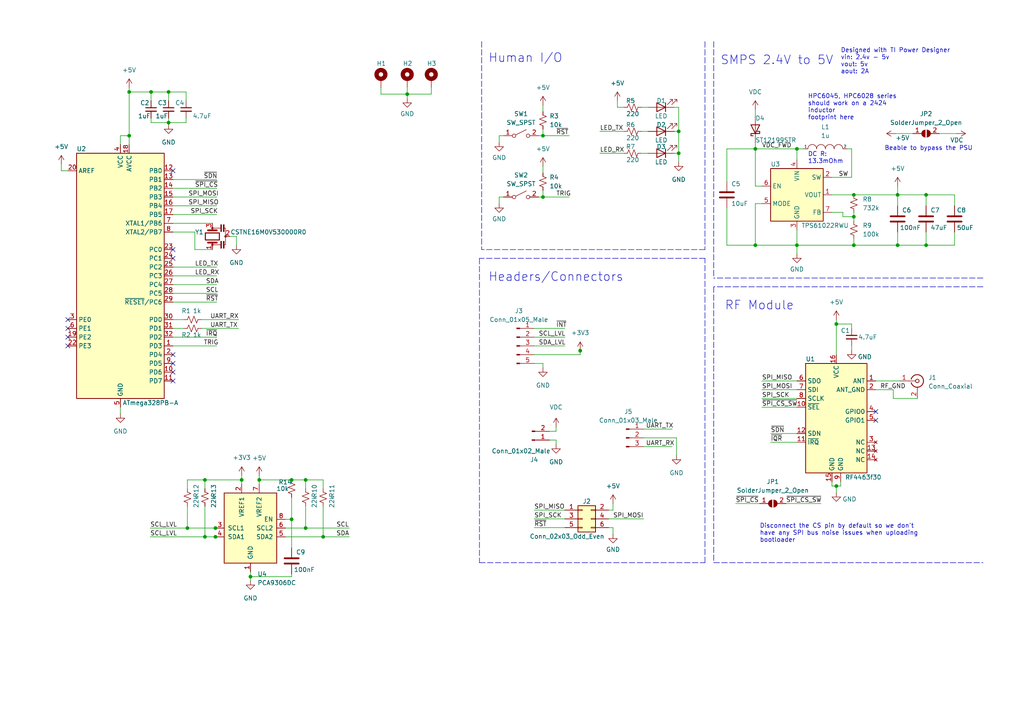
<source format=kicad_sch>
(kicad_sch (version 20211123) (generator eeschema)
  (paper "A4")
  (lib_symbols
    (symbol "Connector:Conn_01x02_Male" (pin_names (offset 1.016) hide)
      (property "Reference" "J" (at 0 2.54 0))
      (property "Value" "Conn_01x02_Male" (at 0 -5.08 0))
      (symbol "Conn_01x02_Male_1_1"
        (polyline (pts (xy 1.27 -2.54) (xy 0.8636 -2.54)) (stroke (width 0.1524)))
        (polyline (pts (xy 1.27 0) (xy 0.8636 0)) (stroke (width 0.1524)))
        (rectangle (start 0.8636 -2.413) (end 0 -2.667) (stroke (width 0.1524)) (fill (type outline)))
        (rectangle (start 0.8636 0.127) (end 0 -0.127) (stroke (width 0.1524)) (fill (type outline)))
        (pin passive line (at 5.08 0 180) (length 3.81) (name "Pin_1") (number "1"))
        (pin passive line (at 5.08 -2.54 180) (length 3.81) (name "Pin_2") (number "2"))
      )
    )
    (symbol "Connector:Conn_01x03_Male" (pin_names (offset 1.016) hide)
      (property "Reference" "J" (at 0 5.08 0))
      (property "Value" "Conn_01x03_Male" (at 0 -5.08 0))
      (symbol "Conn_01x03_Male_1_1"
        (polyline (pts (xy 1.27 -2.54) (xy 0.8636 -2.54)) (stroke (width 0.1524)))
        (polyline (pts (xy 1.27 0) (xy 0.8636 0)) (stroke (width 0.1524)))
        (polyline (pts (xy 1.27 2.54) (xy 0.8636 2.54)) (stroke (width 0.1524)))
        (rectangle (start 0.8636 -2.413) (end 0 -2.667) (stroke (width 0.1524)) (fill (type outline)))
        (rectangle (start 0.8636 0.127) (end 0 -0.127) (stroke (width 0.1524)) (fill (type outline)))
        (rectangle (start 0.8636 2.667) (end 0 2.413) (stroke (width 0.1524)) (fill (type outline)))
        (pin passive line (at 5.08 2.54 180) (length 3.81) (name "Pin_1") (number "1"))
        (pin passive line (at 5.08 0 180) (length 3.81) (name "Pin_2") (number "2"))
        (pin passive line (at 5.08 -2.54 180) (length 3.81) (name "Pin_3") (number "3"))
      )
    )
    (symbol "Connector:Conn_01x05_Male" (pin_names (offset 1.016) hide)
      (property "Reference" "J" (at 0 7.62 0))
      (property "Value" "Conn_01x05_Male" (at 0 -7.62 0))
      (symbol "Conn_01x05_Male_1_1"
        (polyline (pts (xy 1.27 -5.08) (xy 0.8636 -5.08)) (stroke (width 0.1524)))
        (polyline (pts (xy 1.27 -2.54) (xy 0.8636 -2.54)) (stroke (width 0.1524)))
        (polyline (pts (xy 1.27 0) (xy 0.8636 0)) (stroke (width 0.1524)))
        (polyline (pts (xy 1.27 2.54) (xy 0.8636 2.54)) (stroke (width 0.1524)))
        (polyline (pts (xy 1.27 5.08) (xy 0.8636 5.08)) (stroke (width 0.1524)))
        (rectangle (start 0.8636 -4.953) (end 0 -5.207) (stroke (width 0.1524)) (fill (type outline)))
        (rectangle (start 0.8636 -2.413) (end 0 -2.667) (stroke (width 0.1524)) (fill (type outline)))
        (rectangle (start 0.8636 0.127) (end 0 -0.127) (stroke (width 0.1524)) (fill (type outline)))
        (rectangle (start 0.8636 2.667) (end 0 2.413) (stroke (width 0.1524)) (fill (type outline)))
        (rectangle (start 0.8636 5.207) (end 0 4.953) (stroke (width 0.1524)) (fill (type outline)))
        (pin passive line (at 5.08 5.08 180) (length 3.81) (name "Pin_1") (number "1"))
        (pin passive line (at 5.08 2.54 180) (length 3.81) (name "Pin_2") (number "2"))
        (pin passive line (at 5.08 0 180) (length 3.81) (name "Pin_3") (number "3"))
        (pin passive line (at 5.08 -2.54 180) (length 3.81) (name "Pin_4") (number "4"))
        (pin passive line (at 5.08 -5.08 180) (length 3.81) (name "Pin_5") (number "5"))
      )
    )
    (symbol "Connector:Conn_Coaxial" (pin_names (offset 1.016) hide)
      (property "Reference" "J" (at 0.254 3.048 0))
      (property "Value" "Conn_Coaxial" (at 2.921 0 90))
      (symbol "Conn_Coaxial_0_1"
        (arc (start -1.778 -0.508) (mid 0.2311 -1.8066) (end 1.778 0) (stroke (width 0.254)))
        (polyline (pts (xy -2.54 0) (xy -0.508 0)))
        (polyline (pts (xy 0 -2.54) (xy 0 -1.778)))
        (circle (center 0 0) (radius 0.508) (stroke (width 0.2032)))
        (arc (start 1.778 0) (mid 0.2099 1.8101) (end -1.778 0.508) (stroke (width 0.254)))
      )
      (symbol "Conn_Coaxial_1_1"
        (pin passive line (at -5.08 0 0) (length 2.54) (name "In") (number "1"))
        (pin passive line (at 0 -5.08 90) (length 2.54) (name "Ext") (number "2"))
      )
    )
    (symbol "Connector_Generic:Conn_02x03_Odd_Even" (pin_names (offset 1.016) hide)
      (property "Reference" "J" (at 1.27 5.08 0))
      (property "Value" "Conn_02x03_Odd_Even" (at 1.27 -5.08 0))
      (symbol "Conn_02x03_Odd_Even_1_1"
        (rectangle (start -1.27 -2.413) (end 0 -2.667) (stroke (width 0.1524)))
        (rectangle (start -1.27 0.127) (end 0 -0.127) (stroke (width 0.1524)))
        (rectangle (start -1.27 2.667) (end 0 2.413) (stroke (width 0.1524)))
        (rectangle (start -1.27 3.81) (end 3.81 -3.81) (stroke (width 0.254)) (fill (type background)))
        (rectangle (start 3.81 -2.413) (end 2.54 -2.667) (stroke (width 0.1524)))
        (rectangle (start 3.81 0.127) (end 2.54 -0.127) (stroke (width 0.1524)))
        (rectangle (start 3.81 2.667) (end 2.54 2.413) (stroke (width 0.1524)))
        (pin passive line (at -5.08 2.54 0) (length 3.81) (name "Pin_1") (number "1"))
        (pin passive line (at 7.62 2.54 180) (length 3.81) (name "Pin_2") (number "2"))
        (pin passive line (at -5.08 0 0) (length 3.81) (name "Pin_3") (number "3"))
        (pin passive line (at 7.62 0 180) (length 3.81) (name "Pin_4") (number "4"))
        (pin passive line (at -5.08 -2.54 0) (length 3.81) (name "Pin_5") (number "5"))
        (pin passive line (at 7.62 -2.54 180) (length 3.81) (name "Pin_6") (number "6"))
      )
    )
    (symbol "Device:C" (pin_numbers hide) (pin_names (offset 0.254))
      (property "Reference" "C" (at 0.635 2.54 0))
      (property "Value" "C" (at 0.635 -2.54 0))
      (symbol "C_0_1"
        (polyline (pts (xy -2.032 -0.762) (xy 2.032 -0.762)) (stroke (width 0.508)))
        (polyline (pts (xy -2.032 0.762) (xy 2.032 0.762)) (stroke (width 0.508)))
      )
      (symbol "C_1_1"
        (pin passive line (at 0 3.81 270) (length 2.794) (name "~") (number "1"))
        (pin passive line (at 0 -3.81 90) (length 2.794) (name "~") (number "2"))
      )
    )
    (symbol "Device:C_Small" (pin_numbers hide) (pin_names (offset 0.254) hide)
      (property "Reference" "C" (at 0.254 1.778 0))
      (property "Value" "C_Small" (at 0.254 -2.032 0))
      (symbol "C_Small_0_1"
        (polyline (pts (xy -1.524 -0.508) (xy 1.524 -0.508)) (stroke (width 0.3302)))
        (polyline (pts (xy -1.524 0.508) (xy 1.524 0.508)) (stroke (width 0.3048)))
      )
      (symbol "C_Small_1_1"
        (pin passive line (at 0 2.54 270) (length 2.032) (name "~") (number "1"))
        (pin passive line (at 0 -2.54 90) (length 2.032) (name "~") (number "2"))
      )
    )
    (symbol "Device:LED" (pin_numbers hide) (pin_names (offset 1.016) hide)
      (property "Reference" "D" (at 0 2.54 0))
      (property "Value" "LED" (at 0 -2.54 0))
      (symbol "LED_0_1"
        (polyline (pts (xy -1.27 -1.27) (xy -1.27 1.27)) (stroke (width 0.254)))
        (polyline (pts (xy -1.27 0) (xy 1.27 0)))
        (polyline (pts (xy 1.27 -1.27) (xy 1.27 1.27) (xy -1.27 0) (xy 1.27 -1.27)) (stroke (width 0.254)))
        (polyline (pts (xy -3.048 -0.762) (xy -4.572 -2.286) (xy -3.81 -2.286) (xy -4.572 -2.286) (xy -4.572 -1.524)))
        (polyline (pts (xy -1.778 -0.762) (xy -3.302 -2.286) (xy -2.54 -2.286) (xy -3.302 -2.286) (xy -3.302 -1.524)))
      )
      (symbol "LED_1_1"
        (pin passive line (at -3.81 0 0) (length 2.54) (name "K") (number "1"))
        (pin passive line (at 3.81 0 180) (length 2.54) (name "A") (number "2"))
      )
    )
    (symbol "Device:R_Small_US" (pin_numbers hide) (pin_names (offset 0.254) hide)
      (property "Reference" "R" (at 0.762 0.508 0))
      (property "Value" "R_Small_US" (at 0.762 -1.016 0))
      (symbol "R_Small_US_1_1"
        (polyline (pts (xy 0 0) (xy 1.016 -0.381) (xy 0 -0.762) (xy -1.016 -1.143) (xy 0 -1.524)))
        (polyline (pts (xy 0 1.524) (xy 1.016 1.143) (xy 0 0.762) (xy -1.016 0.381) (xy 0 0)))
        (pin passive line (at 0 2.54 270) (length 1.016) (name "~") (number "1"))
        (pin passive line (at 0 -2.54 90) (length 1.016) (name "~") (number "2"))
      )
    )
    (symbol "Device:Resonator" (pin_names (offset 1.016) hide)
      (property "Reference" "Y" (at 0 5.715 0))
      (property "Value" "Resonator" (at 0 3.81 0))
      (symbol "Resonator_0_1"
        (rectangle (start -3.429 -3.175) (end -1.397 -3.429) (fill (type outline)))
        (rectangle (start -3.429 -2.413) (end -1.397 -2.667) (fill (type outline)))
        (circle (center -2.413 0) (radius 0.254) (fill (type outline)))
        (rectangle (start -1.016 2.032) (end 1.016 -2.032) (stroke (width 0.3048)))
        (circle (center 0 -3.81) (radius 0.254) (fill (type outline)))
        (polyline (pts (xy -2.413 -2.413) (xy -2.413 0)))
        (polyline (pts (xy -1.905 0) (xy -3.175 0)))
        (polyline (pts (xy -1.778 -1.27) (xy -1.778 1.27)) (stroke (width 0.508)))
        (polyline (pts (xy 1.778 -1.27) (xy 1.778 1.27)) (stroke (width 0.508)))
        (polyline (pts (xy 1.905 0) (xy 2.54 0)))
        (polyline (pts (xy 2.413 0) (xy 2.413 -2.54)))
        (polyline (pts (xy 2.413 -3.302) (xy 2.413 -3.81) (xy -2.413 -3.81) (xy -2.413 -3.302)))
        (rectangle (start 1.397 -3.175) (end 3.429 -3.429) (fill (type outline)))
        (rectangle (start 1.397 -2.413) (end 3.429 -2.667) (fill (type outline)))
        (circle (center 2.413 0) (radius 0.254) (fill (type outline)))
      )
      (symbol "Resonator_1_1"
        (pin passive line (at -3.81 0 0) (length 1.27) (name "1") (number "1"))
        (pin passive line (at 0 -5.08 90) (length 1.27) (name "2") (number "2"))
        (pin passive line (at 3.81 0 180) (length 1.27) (name "3") (number "3"))
      )
    )
    (symbol "Interface:PCA9306DC" (pin_names (offset 1.016))
      (property "Reference" "U" (at -7.62 11.43 0))
      (property "Value" "PCA9306DC" (at 3.81 11.43 0))
      (symbol "PCA9306DC_0_1"
        (rectangle (start -7.62 10.16) (end 7.62 -10.16) (stroke (width 0.254)) (fill (type background)))
      )
      (symbol "PCA9306DC_1_1"
        (pin power_in line (at 0 -12.7 90) (length 2.54) (name "GND") (number "1"))
        (pin power_in line (at -2.54 12.7 270) (length 2.54) (name "VREF1") (number "2"))
        (pin bidirectional line (at -10.16 0 0) (length 2.54) (name "SCL1") (number "3"))
        (pin bidirectional line (at -10.16 -2.54 0) (length 2.54) (name "SDA1") (number "4"))
        (pin bidirectional line (at 10.16 -2.54 180) (length 2.54) (name "SDA2") (number "5"))
        (pin bidirectional line (at 10.16 0 180) (length 2.54) (name "SCL2") (number "6"))
        (pin power_in line (at 2.54 12.7 270) (length 2.54) (name "VREF2") (number "7"))
        (pin input line (at 10.16 2.54 180) (length 2.54) (name "EN") (number "8"))
      )
    )
    (symbol "Jumper:SolderJumper_2_Open" (pin_names (offset 0) hide)
      (property "Reference" "JP" (at 0 2.032 0))
      (property "Value" "SolderJumper_2_Open" (at 0 -2.54 0))
      (symbol "SolderJumper_2_Open_0_1"
        (arc (start -0.254 1.016) (mid -1.27 0) (end -0.254 -1.016))
        (arc (start -0.254 1.016) (mid -1.27 0) (end -0.254 -1.016) (fill (type outline)))
        (polyline (pts (xy -0.254 1.016) (xy -0.254 -1.016)))
        (polyline (pts (xy 0.254 1.016) (xy 0.254 -1.016)))
        (arc (start 0.254 -1.016) (mid 1.27 0) (end 0.254 1.016))
        (arc (start 0.254 -1.016) (mid 1.27 0) (end 0.254 1.016) (fill (type outline)))
      )
      (symbol "SolderJumper_2_Open_1_1"
        (pin passive line (at -3.81 0 0) (length 2.54) (name "A") (number "1"))
        (pin passive line (at 3.81 0 180) (length 2.54) (name "B") (number "2"))
      )
    )
    (symbol "Kevin_Lutzer_Lbr:ST12199STR" (pin_numbers hide) (pin_names (offset 1.016) hide)
      (property "Reference" "D" (at 0 2.54 0))
      (property "Value" "ST12199STR" (at 0 -2.54 0))
      (symbol "ST12199STR_0_1"
        (polyline (pts (xy 1.27 0) (xy -1.27 0)))
        (polyline (pts (xy 1.27 1.27) (xy 1.27 -1.27) (xy -1.27 0) (xy 1.27 1.27)) (stroke (width 0.254)))
        (polyline (pts (xy -1.905 0.635) (xy -1.905 1.27) (xy -1.27 1.27) (xy -1.27 -1.27) (xy -0.635 -1.27) (xy -0.635 -0.635)) (stroke (width 0.254)))
      )
      (symbol "ST12199STR_1_1"
        (pin passive line (at -3.81 0 0) (length 2.54) (name "K") (number "1"))
        (pin passive line (at 3.81 0 180) (length 2.54) (name "A") (number "2"))
      )
    )
    (symbol "MCU_Microchip_ATmega:ATmega328PB-A"
      (property "Reference" "U" (at -12.7 36.83 0))
      (property "Value" "ATmega328PB-A" (at 2.54 -36.83 0))
      (symbol "ATmega328PB-A_0_1"
        (rectangle (start -12.7 -35.56) (end 12.7 35.56) (stroke (width 0.254)) (fill (type background)))
      )
      (symbol "ATmega328PB-A_1_1"
        (pin bidirectional line (at 15.24 -20.32 180) (length 2.54) (name "PD3") (number "1"))
        (pin bidirectional line (at 15.24 -27.94 180) (length 2.54) (name "PD6") (number "10"))
        (pin bidirectional line (at 15.24 -30.48 180) (length 2.54) (name "PD7") (number "11"))
        (pin bidirectional line (at 15.24 30.48 180) (length 2.54) (name "PB0") (number "12"))
        (pin bidirectional line (at 15.24 27.94 180) (length 2.54) (name "PB1") (number "13"))
        (pin bidirectional line (at 15.24 25.4 180) (length 2.54) (name "PB2") (number "14"))
        (pin bidirectional line (at 15.24 22.86 180) (length 2.54) (name "PB3") (number "15"))
        (pin bidirectional line (at 15.24 20.32 180) (length 2.54) (name "PB4") (number "16"))
        (pin bidirectional line (at 15.24 17.78 180) (length 2.54) (name "PB5") (number "17"))
        (pin power_in line (at 2.54 38.1 270) (length 2.54) (name "AVCC") (number "18"))
        (pin bidirectional line (at -15.24 -17.78 0) (length 2.54) (name "PE2") (number "19"))
        (pin bidirectional line (at 15.24 -22.86 180) (length 2.54) (name "PD4") (number "2"))
        (pin passive line (at -15.24 30.48 0) (length 2.54) (name "AREF") (number "20"))
        (pin passive line (at 0 -38.1 90) (length 2.54) hide (name "GND") (number "21"))
        (pin bidirectional line (at -15.24 -20.32 0) (length 2.54) (name "PE3") (number "22"))
        (pin bidirectional line (at 15.24 7.62 180) (length 2.54) (name "PC0") (number "23"))
        (pin bidirectional line (at 15.24 5.08 180) (length 2.54) (name "PC1") (number "24"))
        (pin bidirectional line (at 15.24 2.54 180) (length 2.54) (name "PC2") (number "25"))
        (pin bidirectional line (at 15.24 0 180) (length 2.54) (name "PC3") (number "26"))
        (pin bidirectional line (at 15.24 -2.54 180) (length 2.54) (name "PC4") (number "27"))
        (pin bidirectional line (at 15.24 -5.08 180) (length 2.54) (name "PC5") (number "28"))
        (pin bidirectional line (at 15.24 -7.62 180) (length 2.54) (name "~{RESET}/PC6") (number "29"))
        (pin bidirectional line (at -15.24 -12.7 0) (length 2.54) (name "PE0") (number "3"))
        (pin bidirectional line (at 15.24 -12.7 180) (length 2.54) (name "PD0") (number "30"))
        (pin bidirectional line (at 15.24 -15.24 180) (length 2.54) (name "PD1") (number "31"))
        (pin bidirectional line (at 15.24 -17.78 180) (length 2.54) (name "PD2") (number "32"))
        (pin power_in line (at 0 38.1 270) (length 2.54) (name "VCC") (number "4"))
        (pin power_in line (at 0 -38.1 90) (length 2.54) (name "GND") (number "5"))
        (pin bidirectional line (at -15.24 -15.24 0) (length 2.54) (name "PE1") (number "6"))
        (pin bidirectional line (at 15.24 15.24 180) (length 2.54) (name "XTAL1/PB6") (number "7"))
        (pin bidirectional line (at 15.24 12.7 180) (length 2.54) (name "XTAL2/PB7") (number "8"))
        (pin bidirectional line (at 15.24 -25.4 180) (length 2.54) (name "PD5") (number "9"))
      )
    )
    (symbol "Mechanical:MountingHole_Pad" (pin_numbers hide) (pin_names (offset 1.016) hide)
      (property "Reference" "H" (at 0 6.35 0))
      (property "Value" "MountingHole_Pad" (at 0 4.445 0))
      (symbol "MountingHole_Pad_0_1"
        (circle (center 0 1.27) (radius 1.27) (stroke (width 1.27)))
      )
      (symbol "MountingHole_Pad_1_1"
        (pin input line (at 0 -2.54 90) (length 2.54) (name "1") (number "1"))
      )
    )
    (symbol "RF_Module:RF4463f30"
      (property "Reference" "U" (at 7.62 17.78 0))
      (property "Value" "RF4463f30" (at 7.62 -16.51 0))
      (symbol "RF4463f30_0_1"
        (rectangle (start -8.89 3.81) (end -8.89 3.81))
        (rectangle (start -8.89 3.81) (end -8.89 3.81))
        (rectangle (start -8.89 3.81) (end -8.89 3.81))
        (rectangle (start -8.89 3.81) (end -8.89 3.81))
        (rectangle (start -8.89 3.81) (end -8.89 3.81))
        (rectangle (start -8.89 3.81) (end -8.89 3.81))
        (rectangle (start -8.89 16.51) (end -8.89 16.51))
        (rectangle (start -8.89 16.51) (end -8.89 16.51))
        (arc (start -8.89 16.51) (mid -8.89 16.51) (end -8.89 16.51))
        (arc (start -8.89 16.51) (mid -8.89 16.51) (end -8.89 16.51))
        (rectangle (start -8.89 16.51) (end 8.89 -15.24) (stroke (width 0.254)) (fill (type background)))
      )
      (symbol "RF4463f30_1_1"
        (pin output line (at 11.43 11.43 180) (length 2.54) (name "ANT") (number "1"))
        (pin output line (at -11.43 3.81 0) (length 2.54) (name "~{SEL}") (number "10"))
        (pin output line (at -11.43 -6.35 0) (length 2.54) (name "~{IRQ}") (number "11"))
        (pin input line (at -11.43 -3.81 0) (length 2.54) (name "SDN") (number "12"))
        (pin no_connect line (at 11.43 -8.89 180) (length 2.54) (name "NC") (number "13"))
        (pin no_connect line (at 11.43 -11.43 180) (length 2.54) (name "NC") (number "14"))
        (pin power_in line (at -1.27 -17.78 90) (length 2.54) (name "GND") (number "15"))
        (pin power_in line (at 0 19.05 270) (length 2.54) (name "VCC") (number "16"))
        (pin output line (at 11.43 8.89 180) (length 2.54) (name "ANT_GND") (number "2"))
        (pin no_connect line (at 11.43 -6.35 180) (length 2.54) (name "NC") (number "3"))
        (pin output line (at 11.43 2.54 180) (length 2.54) (name "GPIO0") (number "4"))
        (pin output line (at 11.43 0 180) (length 2.54) (name "GPIO1") (number "5"))
        (pin output line (at -11.43 11.43 0) (length 2.54) (name "SDO") (number "6"))
        (pin input line (at -11.43 8.89 0) (length 2.54) (name "SDI") (number "7"))
        (pin input line (at -11.43 6.35 0) (length 2.54) (name "SCLK") (number "8"))
        (pin power_in line (at 1.27 -17.78 90) (length 2.54) (name "GND") (number "9"))
      )
    )
    (symbol "Regulator_Switching:TPS61022RWU"
      (property "Reference" "U" (at -7.62 10.16 0))
      (property "Value" "TPS61022RWU" (at 10.16 10.16 0))
      (symbol "TPS61022RWU_1_1"
        (rectangle (start -7.62 7.62) (end 7.62 -7.62) (stroke (width 0.254)) (fill (type background)))
        (pin power_out line (at 10.16 0 180) (length 2.54) (name "VOUT") (number "1"))
        (pin open_collector line (at 10.16 5.08 180) (length 2.54) (name "SW") (number "2"))
        (pin power_in line (at 0 -10.16 90) (length 2.54) (name "GND") (number "3"))
        (pin power_in line (at 0 10.16 270) (length 2.54) (name "VIN") (number "4"))
        (pin input line (at -10.16 -2.54 0) (length 2.54) (name "MODE") (number "5"))
        (pin input line (at -10.16 2.54 0) (length 2.54) (name "EN") (number "6"))
        (pin input line (at 10.16 -5.08 180) (length 2.54) (name "FB") (number "7"))
      )
    )
    (symbol "Switch:SW_SPST" (pin_names (offset 0) hide)
      (property "Reference" "SW" (at 0 3.175 0))
      (property "Value" "SW_SPST" (at 0 -2.54 0))
      (symbol "SW_SPST_0_0"
        (circle (center -2.032 0) (radius 0.508))
        (polyline (pts (xy -1.524 0.254) (xy 1.524 1.778)))
        (circle (center 2.032 0) (radius 0.508))
      )
      (symbol "SW_SPST_1_1"
        (pin passive line (at -5.08 0 0) (length 2.54) (name "A") (number "1"))
        (pin passive line (at 5.08 0 180) (length 2.54) (name "B") (number "2"))
      )
    )
    (symbol "power:+3V3" (power) (pin_names (offset 0))
      (property "Value" "+3V3" (at 0 3.556 0))
      (symbol "+3V3_0_1"
        (polyline (pts (xy -0.762 1.27) (xy 0 2.54)))
        (polyline (pts (xy 0 0) (xy 0 2.54)))
        (polyline (pts (xy 0 2.54) (xy 0.762 1.27)))
      )
      (symbol "+3V3_1_1"
        (pin power_in line (at 0 0 90) (length 0) hide (name "+3V3") (number "1"))
      )
    )
    (symbol "power:+5V" (power) (pin_names (offset 0))
      (property "Value" "+5V" (at 0 3.556 0))
      (symbol "+5V_0_1"
        (polyline (pts (xy -0.762 1.27) (xy 0 2.54)))
        (polyline (pts (xy 0 0) (xy 0 2.54)))
        (polyline (pts (xy 0 2.54) (xy 0.762 1.27)))
      )
      (symbol "+5V_1_1"
        (pin power_in line (at 0 0 90) (length 0) hide (name "+5V") (number "1"))
      )
    )
    (symbol "power:GND" (power) (pin_names (offset 0))
      (property "Value" "GND" (at 0 -3.81 0))
      (symbol "GND_0_1"
        (polyline (pts (xy 0 0) (xy 0 -1.27) (xy 1.27 -1.27) (xy 0 -2.54) (xy -1.27 -1.27) (xy 0 -1.27)))
      )
      (symbol "GND_1_1"
        (pin power_in line (at 0 0 270) (length 0) hide (name "GND") (number "1"))
      )
    )
    (symbol "power:VDC" (power) (pin_names (offset 0))
      (property "Value" "VDC" (at 0 6.35 0))
      (symbol "VDC_0_1"
        (polyline (pts (xy -0.762 1.27) (xy 0 2.54)))
        (polyline (pts (xy 0 0) (xy 0 2.54)))
        (polyline (pts (xy 0 2.54) (xy 0.762 1.27)))
      )
      (symbol "VDC_1_1"
        (pin power_in line (at 0 0 90) (length 0) hide (name "VDC") (number "1"))
      )
    )
    (symbol "pspice:INDUCTOR" (pin_numbers hide) (pin_names (offset 0))
      (property "Reference" "L" (at 0 2.54 0))
      (property "Value" "INDUCTOR" (at 0 -1.27 0))
      (symbol "INDUCTOR_0_1"
        (arc (start -2.54 0) (mid -3.81 1.27) (end -5.08 0))
        (arc (start 0 0) (mid -1.27 1.27) (end -2.54 0))
        (arc (start 2.54 0) (mid 1.27 1.27) (end 0 0))
        (arc (start 5.08 0) (mid 3.81 1.27) (end 2.54 0))
      )
      (symbol "INDUCTOR_1_1"
        (pin input line (at -6.35 0 0) (length 1.27) (name "1") (number "1"))
        (pin input line (at 6.35 0 180) (length 1.27) (name "2") (number "2"))
      )
    )
  )
  (junction (at 48.895 26.67))
  (junction (at 242.57 140.97))
  (junction (at 196.85 38.1))
  (junction (at 84.582 139.192))
  (junction (at 268.605 56.515))
  (junction (at 59.436 155.702))
  (junction (at 75.184 139.192))
  (junction (at 219.075 43.18))
  (junction (at 247.65 62.865))
  (junction (at 168.275 101.727))
  (junction (at 70.104 139.192))
  (junction (at 88.646 153.162))
  (junction (at 62.484 153.162))
  (junction (at 260.35 71.12))
  (junction (at 157.48 39.37))
  (junction (at 84.582 150.622))
  (junction (at 219.075 71.12))
  (junction (at 268.605 71.12))
  (junction (at 48.895 35.56))
  (junction (at 62.484 155.702))
  (junction (at 247.65 56.515))
  (junction (at 157.48 57.15))
  (junction (at 54.356 153.162))
  (junction (at 93.726 155.702))
  (junction (at 37.465 39.37))
  (junction (at 72.644 167.259))
  (junction (at 247.65 71.12))
  (junction (at 231.14 43.18))
  (junction (at 231.14 71.12))
  (junction (at 260.35 56.515))
  (junction (at 118.11 27.305))
  (junction (at 242.57 93.98))
  (junction (at 43.815 26.67))
  (junction (at 37.465 26.67))
  (junction (at 196.85 44.45))
  (junction (at 88.646 139.192))
  (junction (at 59.436 139.192))
  (no_connect (at 50.165 102.87))
  (no_connect (at 254 121.92))
  (no_connect (at 254 119.38))
  (no_connect (at 19.685 97.79))
  (no_connect (at 19.685 92.71))
  (no_connect (at 19.685 95.25))
  (no_connect (at 50.165 107.95))
  (no_connect (at 50.165 110.49))
  (no_connect (at 50.165 49.53))
  (no_connect (at 50.165 105.41))
  (no_connect (at 19.685 100.33))
  (no_connect (at 50.165 74.93))
  (no_connect (at 50.165 72.39))
  (wire (pts (xy 219.075 71.12) (xy 231.14 71.12)))
  (wire (pts (xy 70.104 137.922) (xy 70.104 139.192)))
  (wire (pts (xy 196.85 44.45) (xy 196.85 46.99)))
  (wire (pts (xy 154.94 97.79) (xy 163.83 97.79)))
  (wire (pts (xy 50.165 54.61) (xy 62.865 54.61)))
  (wire (pts (xy 68.58 68.58) (xy 68.58 71.12)))
  (polyline (pts (xy 285.115 83.185) (xy 207.01 83.185)))
  (wire (pts (xy 268.605 71.12) (xy 276.86 71.12)))
  (wire (pts (xy 157.48 105.41) (xy 157.48 106.68)))
  (wire (pts (xy 176.53 150.495) (xy 186.69 150.495)))
  (wire (pts (xy 156.21 57.15) (xy 157.48 57.15)))
  (wire (pts (xy 210.82 71.12) (xy 219.075 71.12)))
  (wire (pts (xy 259.08 115.57) (xy 266.065 115.57)))
  (wire (pts (xy 195.58 44.45) (xy 196.85 44.45)))
  (wire (pts (xy 231.14 46.355) (xy 231.14 43.18)))
  (wire (pts (xy 196.215 127) (xy 196.215 132.08)))
  (wire (pts (xy 180.975 31.115) (xy 179.07 31.115)))
  (wire (pts (xy 242.57 93.98) (xy 242.57 102.87)))
  (wire (pts (xy 43.815 26.67) (xy 43.815 29.21)))
  (wire (pts (xy 50.165 95.25) (xy 53.34 95.25)))
  (wire (pts (xy 50.165 92.71) (xy 53.34 92.71)))
  (wire (pts (xy 118.11 25.4) (xy 118.11 27.305)))
  (wire (pts (xy 53.975 35.56) (xy 53.975 34.29)))
  (wire (pts (xy 58.42 95.25) (xy 69.215 95.25)))
  (wire (pts (xy 88.646 141.732) (xy 88.646 139.192)))
  (wire (pts (xy 177.8 147.955) (xy 177.8 146.05)))
  (wire (pts (xy 59.436 155.702) (xy 62.484 155.702)))
  (wire (pts (xy 93.726 155.702) (xy 101.346 155.702)))
  (wire (pts (xy 157.48 48.26) (xy 157.48 50.165)))
  (wire (pts (xy 93.726 141.732) (xy 93.726 139.192)))
  (wire (pts (xy 54.356 146.812) (xy 54.356 153.162)))
  (wire (pts (xy 210.82 60.325) (xy 210.82 71.12)))
  (wire (pts (xy 58.42 92.71) (xy 69.215 92.71)))
  (polyline (pts (xy 207.01 83.185) (xy 207.01 163.195)))
  (wire (pts (xy 50.165 62.23) (xy 62.865 62.23)))
  (wire (pts (xy 75.184 139.192) (xy 84.582 139.192)))
  (polyline (pts (xy 207.01 163.195) (xy 285.115 163.195)))
  (wire (pts (xy 154.94 95.25) (xy 163.83 95.25)))
  (wire (pts (xy 176.53 147.955) (xy 177.8 147.955)))
  (wire (pts (xy 34.925 41.91) (xy 34.925 39.37)))
  (wire (pts (xy 247.65 71.12) (xy 260.35 71.12)))
  (wire (pts (xy 110.49 25.4) (xy 110.49 27.305)))
  (wire (pts (xy 244.475 61.595) (xy 244.475 62.865)))
  (wire (pts (xy 260.35 71.12) (xy 268.605 71.12)))
  (wire (pts (xy 276.86 56.515) (xy 276.86 59.69)))
  (wire (pts (xy 56.515 72.39) (xy 61.595 72.39)))
  (wire (pts (xy 62.484 155.702) (xy 62.611 155.702)))
  (polyline (pts (xy 285.115 80.645) (xy 207.01 80.645)))
  (wire (pts (xy 62.484 153.162) (xy 62.611 153.162)))
  (wire (pts (xy 157.48 39.37) (xy 157.48 37.465)))
  (wire (pts (xy 161.29 125.095) (xy 161.29 123.825)))
  (wire (pts (xy 259.715 38.735) (xy 264.795 38.735)))
  (wire (pts (xy 88.646 139.192) (xy 93.726 139.192)))
  (wire (pts (xy 146.05 39.37) (xy 144.78 39.37)))
  (wire (pts (xy 260.35 53.975) (xy 260.35 56.515)))
  (wire (pts (xy 50.165 64.77) (xy 61.595 64.77)))
  (wire (pts (xy 93.726 146.812) (xy 93.726 155.702)))
  (wire (pts (xy 34.925 118.11) (xy 34.925 120.015)))
  (wire (pts (xy 154.94 150.495) (xy 163.83 150.495)))
  (wire (pts (xy 43.815 26.67) (xy 48.895 26.67)))
  (wire (pts (xy 247.65 56.515) (xy 260.35 56.515)))
  (polyline (pts (xy 204.47 163.195) (xy 204.47 74.93)))
  (wire (pts (xy 159.385 125.095) (xy 161.29 125.095)))
  (wire (pts (xy 242.57 92.71) (xy 242.57 93.98)))
  (wire (pts (xy 242.57 93.98) (xy 247.015 93.98)))
  (wire (pts (xy 50.165 100.33) (xy 62.865 100.33)))
  (wire (pts (xy 118.11 27.305) (xy 118.11 28.575)))
  (polyline (pts (xy 204.47 74.93) (xy 139.065 74.93)))
  (wire (pts (xy 154.94 147.955) (xy 163.83 147.955)))
  (wire (pts (xy 247.015 93.98) (xy 247.015 95.25)))
  (wire (pts (xy 260.35 56.515) (xy 260.35 59.69)))
  (polyline (pts (xy 139.065 163.195) (xy 204.47 163.195)))
  (wire (pts (xy 179.07 31.115) (xy 179.07 29.21)))
  (wire (pts (xy 241.3 140.97) (xy 242.57 140.97)))
  (wire (pts (xy 177.8 153.035) (xy 177.8 154.94)))
  (wire (pts (xy 37.465 25.4) (xy 37.465 26.67)))
  (wire (pts (xy 227.965 146.05) (xy 238.125 146.05)))
  (wire (pts (xy 231.14 71.12) (xy 247.65 71.12)))
  (wire (pts (xy 110.49 27.305) (xy 118.11 27.305)))
  (wire (pts (xy 34.925 39.37) (xy 37.465 39.37)))
  (wire (pts (xy 82.804 155.702) (xy 93.726 155.702)))
  (polyline (pts (xy 139.065 74.93) (xy 139.065 163.195)))
  (wire (pts (xy 173.99 38.1) (xy 180.975 38.1)))
  (wire (pts (xy 213.36 146.05) (xy 220.345 146.05)))
  (wire (pts (xy 82.804 153.162) (xy 88.646 153.162)))
  (wire (pts (xy 48.895 35.56) (xy 48.895 36.195)))
  (wire (pts (xy 260.35 56.515) (xy 268.605 56.515)))
  (wire (pts (xy 243.84 139.7) (xy 243.84 140.97)))
  (wire (pts (xy 176.53 153.035) (xy 177.8 153.035)))
  (wire (pts (xy 84.582 150.622) (xy 84.582 158.877)))
  (wire (pts (xy 195.58 31.115) (xy 196.85 31.115)))
  (wire (pts (xy 43.561 155.702) (xy 59.436 155.702)))
  (wire (pts (xy 17.78 47.625) (xy 17.78 49.53)))
  (wire (pts (xy 66.675 68.58) (xy 68.58 68.58)))
  (wire (pts (xy 50.165 87.63) (xy 62.865 87.63)))
  (wire (pts (xy 50.165 77.47) (xy 62.865 77.47)))
  (wire (pts (xy 186.055 38.1) (xy 187.96 38.1)))
  (wire (pts (xy 231.14 73.66) (xy 231.14 71.12)))
  (wire (pts (xy 50.165 52.07) (xy 62.865 52.07)))
  (wire (pts (xy 220.98 115.57) (xy 231.14 115.57)))
  (wire (pts (xy 242.57 140.97) (xy 242.57 142.875)))
  (wire (pts (xy 50.165 80.01) (xy 62.865 80.01)))
  (wire (pts (xy 268.605 67.31) (xy 268.605 71.12)))
  (wire (pts (xy 219.075 43.18) (xy 219.075 53.975)))
  (wire (pts (xy 196.85 31.115) (xy 196.85 38.1)))
  (wire (pts (xy 161.29 127.635) (xy 161.29 128.905)))
  (wire (pts (xy 144.78 39.37) (xy 144.78 41.275)))
  (wire (pts (xy 186.69 124.46) (xy 194.945 124.46)))
  (wire (pts (xy 88.646 146.812) (xy 88.646 153.162)))
  (wire (pts (xy 231.14 43.18) (xy 233.045 43.18)))
  (wire (pts (xy 59.436 146.812) (xy 59.436 155.702)))
  (wire (pts (xy 50.165 59.69) (xy 62.865 59.69)))
  (wire (pts (xy 210.82 52.705) (xy 210.82 43.18)))
  (wire (pts (xy 259.08 113.03) (xy 259.08 115.57)))
  (wire (pts (xy 210.82 43.18) (xy 219.075 43.18)))
  (wire (pts (xy 268.605 56.515) (xy 268.605 59.69)))
  (wire (pts (xy 242.57 140.97) (xy 243.84 140.97)))
  (wire (pts (xy 70.104 139.192) (xy 70.104 140.462)))
  (wire (pts (xy 186.69 127) (xy 196.215 127)))
  (wire (pts (xy 82.804 150.622) (xy 84.582 150.622)))
  (wire (pts (xy 168.275 101.6) (xy 168.275 101.727)))
  (wire (pts (xy 219.075 59.055) (xy 219.075 71.12)))
  (polyline (pts (xy 204.47 72.39) (xy 139.7 72.39)))
  (wire (pts (xy 88.646 153.162) (xy 101.346 153.162)))
  (wire (pts (xy 219.075 41.275) (xy 219.075 43.18)))
  (wire (pts (xy 144.78 57.15) (xy 144.78 59.055)))
  (wire (pts (xy 48.895 35.56) (xy 53.975 35.56)))
  (wire (pts (xy 50.165 67.31) (xy 56.515 67.31)))
  (wire (pts (xy 268.605 56.515) (xy 276.86 56.515)))
  (wire (pts (xy 247.65 61.595) (xy 247.65 62.865)))
  (wire (pts (xy 37.465 41.91) (xy 37.465 39.37)))
  (wire (pts (xy 157.48 57.15) (xy 157.48 55.245)))
  (wire (pts (xy 75.184 139.192) (xy 75.184 140.462)))
  (wire (pts (xy 59.436 139.192) (xy 70.104 139.192)))
  (wire (pts (xy 84.582 139.192) (xy 88.646 139.192)))
  (wire (pts (xy 220.98 118.11) (xy 231.14 118.11)))
  (wire (pts (xy 54.356 153.162) (xy 62.484 153.162)))
  (wire (pts (xy 276.86 67.31) (xy 276.86 71.12)))
  (wire (pts (xy 19.685 49.53) (xy 17.78 49.53)))
  (wire (pts (xy 159.385 127.635) (xy 161.29 127.635)))
  (wire (pts (xy 48.895 26.67) (xy 48.895 29.21)))
  (wire (pts (xy 84.582 144.272) (xy 84.582 150.622)))
  (wire (pts (xy 43.815 35.56) (xy 48.895 35.56)))
  (wire (pts (xy 196.85 38.1) (xy 196.85 44.45)))
  (wire (pts (xy 245.745 43.18) (xy 247.015 43.18)))
  (wire (pts (xy 154.94 102.87) (xy 168.275 102.87)))
  (wire (pts (xy 220.98 59.055) (xy 219.075 59.055)))
  (wire (pts (xy 72.644 167.259) (xy 84.582 167.259)))
  (wire (pts (xy 50.165 97.79) (xy 62.865 97.79)))
  (wire (pts (xy 247.015 43.18) (xy 247.015 51.435)))
  (polyline (pts (xy 207.01 12.065) (xy 207.01 80.645)))
  (wire (pts (xy 186.055 31.115) (xy 187.96 31.115)))
  (wire (pts (xy 54.356 139.192) (xy 59.436 139.192)))
  (wire (pts (xy 220.98 110.49) (xy 231.14 110.49)))
  (wire (pts (xy 244.475 62.865) (xy 247.65 62.865)))
  (wire (pts (xy 48.895 34.29) (xy 48.895 35.56)))
  (wire (pts (xy 223.52 128.27) (xy 231.14 128.27)))
  (wire (pts (xy 247.65 71.12) (xy 247.65 69.215)))
  (wire (pts (xy 231.14 66.675) (xy 231.14 71.12)))
  (wire (pts (xy 154.94 105.41) (xy 157.48 105.41)))
  (wire (pts (xy 220.98 53.975) (xy 219.075 53.975)))
  (polyline (pts (xy 204.47 12.065) (xy 204.47 72.39)))
  (wire (pts (xy 43.815 34.29) (xy 43.815 35.56)))
  (wire (pts (xy 118.11 27.305) (xy 125.095 27.305)))
  (wire (pts (xy 72.644 167.259) (xy 72.644 168.402)))
  (wire (pts (xy 173.99 44.45) (xy 180.975 44.45)))
  (wire (pts (xy 157.48 57.15) (xy 165.1 57.15)))
  (wire (pts (xy 186.055 44.45) (xy 187.96 44.45)))
  (wire (pts (xy 54.356 141.732) (xy 54.356 139.192)))
  (wire (pts (xy 272.415 38.735) (xy 277.495 38.735)))
  (wire (pts (xy 247.015 100.33) (xy 247.015 101.6)))
  (polyline (pts (xy 139.7 12.065) (xy 139.7 72.39)))
  (wire (pts (xy 50.165 57.15) (xy 62.865 57.15)))
  (wire (pts (xy 43.561 153.162) (xy 54.356 153.162)))
  (wire (pts (xy 56.515 67.31) (xy 56.515 72.39)))
  (wire (pts (xy 219.075 43.18) (xy 231.14 43.18)))
  (wire (pts (xy 146.05 57.15) (xy 144.78 57.15)))
  (wire (pts (xy 75.184 137.922) (xy 75.184 139.192)))
  (wire (pts (xy 223.52 125.73) (xy 231.14 125.73)))
  (wire (pts (xy 50.165 85.09) (xy 62.865 85.09)))
  (wire (pts (xy 254 110.49) (xy 260.985 110.49)))
  (wire (pts (xy 154.94 100.33) (xy 163.83 100.33)))
  (wire (pts (xy 186.69 129.54) (xy 194.945 129.54)))
  (wire (pts (xy 219.075 31.75) (xy 219.075 33.655)))
  (wire (pts (xy 72.644 165.862) (xy 72.644 167.259)))
  (wire (pts (xy 241.3 61.595) (xy 244.475 61.595)))
  (wire (pts (xy 241.3 56.515) (xy 247.65 56.515)))
  (wire (pts (xy 59.436 141.732) (xy 59.436 139.192)))
  (wire (pts (xy 84.582 167.259) (xy 84.582 166.497)))
  (wire (pts (xy 195.58 38.1) (xy 196.85 38.1)))
  (wire (pts (xy 157.48 39.37) (xy 165.1 39.37)))
  (wire (pts (xy 241.3 139.7) (xy 241.3 140.97)))
  (wire (pts (xy 247.65 62.865) (xy 247.65 64.135)))
  (wire (pts (xy 37.465 39.37) (xy 37.465 26.67)))
  (wire (pts (xy 125.095 27.305) (xy 125.095 25.4)))
  (wire (pts (xy 247.015 51.435) (xy 241.3 51.435)))
  (wire (pts (xy 154.94 153.035) (xy 163.83 153.035)))
  (wire (pts (xy 50.165 82.55) (xy 62.865 82.55)))
  (wire (pts (xy 156.21 39.37) (xy 157.48 39.37)))
  (wire (pts (xy 48.895 26.67) (xy 53.975 26.67)))
  (wire (pts (xy 168.275 101.727) (xy 168.275 102.87)))
  (wire (pts (xy 260.35 71.12) (xy 260.35 67.31)))
  (wire (pts (xy 53.975 26.67) (xy 53.975 29.21)))
  (wire (pts (xy 220.98 113.03) (xy 231.14 113.03)))
  (wire (pts (xy 254 113.03) (xy 259.08 113.03)))
  (wire (pts (xy 37.465 26.67) (xy 43.815 26.67)))
  (wire (pts (xy 157.48 30.48) (xy 157.48 32.385)))
  (text "Headers/Connectors" (at 141.605 81.915 0) (effects (font (size 2.54 2.54)) (justify left bottom)))
  (text "Human I/O" (at 141.605 18.415 0) (effects (font (size 2.54 2.54)) (justify left bottom)))
  (text "DC R:\n13.3mOhm " (at 234.315 47.625 0) (effects (font (size 1.27 1.27)) (justify left bottom)))
  (text "SMPS 2.4V to 5V" (at 208.915 19.05 0) (effects (font (size 2.54 2.54)) (justify left bottom)))
  (text "Designed with TI Power Designer\nvin: 2.4v - 5v\nvout: 5v\naout: 2A" (at 243.84 21.59 0) (effects (font (size 1.27 1.27)) (justify left bottom)))
  (text "RF Module" (at 210.185 90.17 0) (effects (font (size 2.54 2.54)) (justify left bottom)))
  (text "HPC6045, HPC6028 series\nshould work on a 2424 \ninductor \nfootprint here" (at 234.315 34.925 0) (effects (font (size 1.27 1.27)) (justify left bottom)))
  (text "Disconnect the CS pin by default so we don't \nhave any SPI bus noise issues when uploading\nbootloader" (at 220.345 157.48 0) (effects (font (size 1.27 1.27)) (justify left bottom)))
  (text "Beable to bypass the PSU" (at 256.54 43.815 0) (effects (font (size 1.27 1.27)) (justify left bottom)))
  (label "~{RST}" (at 161.29 39.37 0))
  (label "LED_RX" (at 173.99 44.45 0))
  (label "SPI_MOSI" (at 54.61 57.15 0))
  (label "SPI_SCK" (at 220.98 115.57 0))
  (label "~{SDN}" (at 59.055 52.07 0))
  (label "~{SPI_CS}" (at 213.36 146.05 0))
  (label "SCL_LVL" (at 156.21 97.79 0))
  (label "~{RST}" (at 154.94 153.035 0))
  (label "LED_TX" (at 56.515 77.47 0))
  (label "TRIG" (at 59.055 100.33 0))
  (label "SPI_MISO" (at 54.61 59.69 0))
  (label "LED_RX" (at 56.515 80.01 0))
  (label "~{SPI_CS_SW}" (at 220.98 118.11 0))
  (label "TRIG" (at 161.29 57.15 0))
  (label "UART_RX" (at 187.325 129.54 0))
  (label "VDC_FWD" (at 220.98 43.18 0))
  (label "SW" (at 243.205 51.435 0))
  (label "~{IQR}" (at 223.52 128.27 0))
  (label "SDA" (at 97.536 155.702 0))
  (label "SDA_LVL" (at 156.21 100.33 0))
  (label "SCL" (at 59.69 85.09 0))
  (label "SCL_LVL" (at 43.561 155.702 0))
  (label "SPI_SCK" (at 55.245 62.23 0))
  (label "SPI_MISO" (at 220.98 110.49 0))
  (label "UART_RX" (at 60.96 92.71 0))
  (label "~{SPI_CS}" (at 56.515 54.61 0))
  (label "UART_TX" (at 187.325 124.46 0))
  (label "SDA" (at 59.69 82.55 0))
  (label "~{RST}" (at 59.69 87.63 0))
  (label "SCL" (at 97.536 153.162 0))
  (label "UART_TX" (at 60.96 95.25 0))
  (label "~{INT}" (at 161.29 95.25 0))
  (label "LED_TX" (at 173.99 38.1 0))
  (label "SCL_LVL" (at 43.561 153.162 0))
  (label "SPI_MOSI" (at 177.8 150.495 0))
  (label "SPI_SCK" (at 154.94 150.495 0))
  (label "~{SDN}" (at 223.52 125.73 0))
  (label "~{IRQ}" (at 59.69 97.79 0))
  (label "~{SPI_CS_SW}" (at 227.965 146.05 0))
  (label "SPI_MOSI" (at 220.98 113.03 0))
  (label "RF_GND" (at 255.27 113.03 0))
  (label "SPI_MISO" (at 154.94 147.955 0))
  (symbol (lib_id "Device:C_Small") (at 48.895 31.75 0) (unit 1)
    (property "Reference" "C3" (at 45.72 29.845 0) (effects (justify left)))
    (property "Value" "1uF" (at 45.085 33.655 0) (effects (justify left)))
    (property "Footprint" "Capacitor_SMD:C_0603_1608Metric" (effects hide))
  )
  (symbol (lib_id "power:GND") (at 242.57 142.875 0) (unit 1)
    (property "Reference" "#PWR0111" (effects hide))
    (property "Value" "GND" (at 246.38 144.78 0))
  )
  (symbol (lib_id "Jumper:SolderJumper_2_Open") (at 224.155 146.05 0) (unit 1)
    (property "Reference" "JP1" (at 224.155 139.7 0))
    (property "Value" "SolderJumper_2_Open" (at 224.155 142.24 0))
    (property "Footprint" "Jumper:SolderJumper-2_P1.3mm_Open_RoundedPad1.0x1.5mm" (effects hide))
  )
  (symbol (lib_id "Switch:SW_SPST") (at 151.13 39.37 0) (unit 1)
    (property "Reference" "SW1" (at 151.13 33.02 0))
    (property "Value" "SW_SPST" (at 151.13 35.56 0))
    (property "Footprint" "Button_Switch_SMD:SW_Push_1P1T_NO_CK_KMR2" (effects hide))
  )
  (symbol (lib_id "power:+5V") (at 17.78 47.625 0) (unit 1)
    (property "Reference" "#PWR0107" (effects hide))
    (property "Value" "+5V" (at 17.78 42.545 0))
  )
  (symbol (lib_id "Device:R_Small_US") (at 183.515 38.1 90) (unit 1)
    (property "Reference" "R6" (at 182.88 36.195 90))
    (property "Value" "220" (at 183.515 40.005 90))
    (property "Footprint" "Resistor_SMD:R_0603_1608Metric" (effects hide))
  )
  (symbol (lib_id "Device:R_Small_US") (at 183.515 31.115 90) (unit 1)
    (property "Reference" "R5" (at 182.88 29.21 90))
    (property "Value" "220" (at 183.515 33.02 90))
    (property "Footprint" "Resistor_SMD:R_0603_1608Metric" (effects hide))
  )
  (symbol (lib_id "Device:R_Small_US") (at 55.88 95.25 90) (unit 1)
    (property "Reference" "R2" (at 53.975 97.155 90))
    (property "Value" "1k" (at 57.15 97.155 90))
    (property "Footprint" "Resistor_SMD:R_0603_1608Metric" (effects hide))
  )
  (symbol (lib_id "Device:R_Small_US") (at 247.65 59.055 0) (unit 1)
    (property "Reference" "R8" (at 250.19 57.7849 0) (effects (justify left)))
    (property "Value" "732k" (at 250.19 60.3249 0) (effects (justify left)))
    (property "Footprint" "Resistor_SMD:R_0805_2012Metric" (effects hide))
  )
  (symbol (lib_id "Device:Resonator") (at 61.595 68.58 90) (unit 1)
    (property "Reference" "Y1" (at 59.055 67.31 90) (effects (justify left)))
    (property "Value" "CSTNE16M0V530000R0" (at 88.9 67.31 90) (effects (justify left)))
    (property "Footprint" "Crystal:Resonator_SMD_Murata_CSTxExxV-3Pin_3.0x1.1mm" (effects hide))
  )
  (symbol (lib_id "Device:R_Small_US") (at 55.88 92.71 90) (unit 1)
    (property "Reference" "R1" (at 53.975 90.17 90))
    (property "Value" "1k" (at 57.15 90.17 90))
    (property "Footprint" "Resistor_SMD:R_0603_1608Metric" (effects hide))
  )
  (symbol (lib_id "RF_Module:RF4463f30") (at 242.57 121.92 0) (unit 1)
    (property "Reference" "U1" (at 233.68 104.14 0) (effects (justify left)))
    (property "Value" "RF4463f30" (at 245.11 138.43 0) (effects (justify left)))
    (property "Footprint" "RF:RF4463F30" (effects hide))
  )
  (symbol (lib_id "Device:R_Small_US") (at 88.646 144.272 0) (unit 1)
    (property "Reference" "R10" (at 91.186 142.367 90))
    (property "Value" "22k" (at 91.186 145.542 90))
    (property "Footprint" "Resistor_SMD:R_0603_1608Metric" (effects hide))
  )
  (symbol (lib_id "power:+5V") (at 242.57 92.71 0) (unit 1)
    (property "Reference" "#PWR0112" (effects hide))
    (property "Value" "+5V" (at 242.57 87.63 0))
  )
  (symbol (lib_id "Connector:Conn_01x02_Male") (at 154.305 127.635 0) (mirror x) (unit 1)
    (property "Reference" "J4" (at 154.94 133.35 0))
    (property "Value" "Conn_01x02_Male" (at 151.13 130.81 0))
    (property "Footprint" "Connector_JST:JST_EH_S2B-EH_1x02_P2.50mm_Horizontal" (effects hide))
  )
  (symbol (lib_id "power:GND") (at 196.215 132.08 0) (unit 1)
    (property "Reference" "#PWR0117" (effects hide))
    (property "Value" "GND" (at 196.215 137.16 0))
  )
  (symbol (lib_id "Connector:Conn_01x03_Male") (at 181.61 127 0) (unit 1)
    (property "Reference" "J5" (at 182.245 119.38 0))
    (property "Value" "Conn_01x03_Male" (at 182.245 121.92 0))
    (property "Footprint" "Connector_JST:JST_GH_SM03B-GHS-TB_1x03-1MP_P1.25mm_Horizontal" (effects hide))
  )
  (symbol (lib_id "Device:C") (at 260.35 63.5 0) (unit 1)
    (property "Reference" "C6" (at 261.62 60.96 0) (effects (justify left)))
    (property "Value" "100nF" (at 260.985 66.04 0) (effects (justify left)))
    (property "Footprint" "Capacitor_SMD:C_0603_1608Metric" (effects hide))
  )
  (symbol (lib_id "MCU_Microchip_ATmega:ATmega328PB-A") (at 34.925 80.01 0) (unit 1)
    (property "Reference" "U2" (at 22.225 43.18 0) (effects (justify left)))
    (property "Value" "ATmega328PB-A" (at 35.56 116.84 0) (effects (justify left)))
    (property "Footprint" "Package_QFP:TQFP-32_7x7mm_P0.8mm" (effects hide))
    (property "Datasheet" "http://ww1.microchip.com/downloads/en/DeviceDoc/40001906C.pdf" (effects hide))
  )
  (symbol (lib_id "power:VDC") (at 161.29 123.825 0) (unit 1)
    (property "Reference" "#PWR0115" (effects hide))
    (property "Value" "VDC" (at 161.29 118.11 0))
  )
  (symbol (lib_id "Mechanical:MountingHole_Pad") (at 125.095 22.86 0) (unit 1)
    (property "Reference" "H3" (at 123.825 18.415 0) (effects (justify left)))
    (property "Value" "MountingHole_Pad" (effects hide))
    (property "Footprint" "MountingHole:MountingHole_3.2mm_M3_Pad_Via" (effects hide))
  )
  (symbol (lib_id "power:+5V") (at 260.35 53.975 0) (unit 1)
    (property "Reference" "#PWR0126" (effects hide))
    (property "Value" "+5V" (at 260.35 48.895 0))
  )
  (symbol (lib_id "Device:R_Small_US") (at 157.48 34.925 0) (unit 1)
    (property "Reference" "R3" (at 159.385 33.6549 0) (effects (justify left)))
    (property "Value" "10k" (at 159.385 36.1949 0) (effects (justify left)))
    (property "Footprint" "Resistor_SMD:R_0603_1608Metric" (effects hide))
  )
  (symbol (lib_id "Device:R_Small_US") (at 157.48 52.705 0) (unit 1)
    (property "Reference" "R4" (at 159.385 51.4349 0) (effects (justify left)))
    (property "Value" "10k" (at 159.385 53.9749 0) (effects (justify left)))
    (property "Footprint" "Resistor_SMD:R_0603_1608Metric" (effects hide))
  )
  (symbol (lib_id "power:+5V") (at 157.48 48.26 0) (unit 1)
    (property "Reference" "#PWR0119" (effects hide))
    (property "Value" "+5V" (at 157.48 43.18 0))
  )
  (symbol (lib_id "power:GND") (at 144.78 41.275 0) (unit 1)
    (property "Reference" "#PWR0105" (effects hide))
    (property "Value" "GND" (at 144.78 45.72 0))
  )
  (symbol (lib_id "pspice:INDUCTOR") (at 239.395 43.18 0) (unit 1)
    (property "Reference" "L1" (at 239.395 36.83 0))
    (property "Value" "1u" (at 239.395 39.37 0))
    (property "Footprint" "Inductor_SMD:L_2440_6060Metric" (effects hide))
    (property "Datasheet" "https://media.digikey.com/pdf/Data%20Sheets/Tai%20Tech%20PDFs/TMPC-Series_G.pdf" (effects hide))
  )
  (symbol (lib_id "power:+5V") (at 179.07 29.21 0) (unit 1)
    (property "Reference" "#PWR0121" (effects hide))
    (property "Value" "+5V" (at 179.07 24.13 0))
  )
  (symbol (lib_id "power:GND") (at 118.11 28.575 0) (unit 1)
    (property "Reference" "#PWR0127" (effects hide))
    (property "Value" "GND" (at 118.11 33.02 0))
  )
  (symbol (lib_id "power:VDC") (at 219.075 31.75 0) (unit 1)
    (property "Reference" "#PWR0123" (effects hide))
    (property "Value" "VDC" (at 219.075 26.67 0))
  )
  (symbol (lib_id "Device:LED") (at 191.77 38.1 180) (unit 1)
    (property "Reference" "D2" (at 191.77 36.195 0))
    (property "Value" "LED" (at 191.77 40.64 0))
    (property "Footprint" "LED_SMD:LED_0603_1608Metric" (effects hide))
  )
  (symbol (lib_id "Mechanical:MountingHole_Pad") (at 110.49 22.86 0) (unit 1)
    (property "Reference" "H1" (at 109.22 18.415 0) (effects (justify left)))
    (property "Value" "MountingHole_Pad" (effects hide))
    (property "Footprint" "MountingHole:MountingHole_3.2mm_M3_Pad_Via" (effects hide))
  )
  (symbol (lib_id "Device:R_Small_US") (at 93.726 144.272 0) (unit 1)
    (property "Reference" "R11" (at 96.266 142.367 90))
    (property "Value" "22k" (at 96.266 145.542 90))
    (property "Footprint" "Resistor_SMD:R_0603_1608Metric" (effects hide))
  )
  (symbol (lib_id "Device:LED") (at 191.77 44.45 180) (unit 1)
    (property "Reference" "D3" (at 191.77 42.545 0))
    (property "Value" "LED" (at 191.77 46.99 0))
    (property "Footprint" "LED_SMD:LED_0603_1608Metric" (effects hide))
  )
  (symbol (lib_id "Device:C") (at 84.582 162.687 0) (unit 1)
    (property "Reference" "C9" (at 85.852 160.147 0) (effects (justify left)))
    (property "Value" "100nF" (at 85.217 165.227 0) (effects (justify left)))
    (property "Footprint" "Capacitor_SMD:C_0603_1608Metric" (effects hide))
  )
  (symbol (lib_id "Device:R_Small_US") (at 247.65 66.675 0) (unit 1)
    (property "Reference" "R9" (at 250.19 65.4049 0) (effects (justify left)))
    (property "Value" "100k" (at 250.19 67.9449 0) (effects (justify left)))
    (property "Footprint" "Resistor_SMD:R_0805_2012Metric" (effects hide))
  )
  (symbol (lib_id "Regulator_Switching:TPS61022RWU") (at 231.14 56.515 0) (unit 1)
    (property "Reference" "U3" (at 223.52 47.625 0) (effects (justify left)))
    (property "Value" "TPS61022RWU" (at 232.41 65.405 0) (effects (justify left)))
    (property "Footprint" "Package_DFN_QFN:VDFN-7_2.1x2.1mm" (effects hide))
    (property "Datasheet" "https://www.ti.com/lit/ds/symlink/tps61022.pdf" (effects hide))
  )
  (symbol (lib_id "Device:C") (at 276.86 63.5 0) (unit 1)
    (property "Reference" "C8" (at 277.495 60.96 0) (effects (justify left)))
    (property "Value" "50uF" (at 277.495 66.04 0) (effects (justify left)))
    (property "Footprint" "Capacitor_SMD:CP_Elec_5x5.3" (effects hide))
  )
  (symbol (lib_id "power:GND") (at 247.015 101.6 0) (unit 1)
    (property "Reference" "#PWR0110" (effects hide))
    (property "Value" "GND" (at 250.825 103.505 0))
  )
  (symbol (lib_id "Device:C") (at 210.82 56.515 0) (unit 1)
    (property "Reference" "C5" (at 212.09 53.34 0) (effects (justify left)))
    (property "Value" "10uF" (at 212.09 59.055 0) (effects (justify left)))
    (property "Footprint" "Capacitor_SMD:C_0805_2012Metric" (effects hide))
  )
  (symbol (lib_id "power:GND") (at 161.29 128.905 0) (unit 1)
    (property "Reference" "#PWR0116" (effects hide))
    (property "Value" "GND" (at 161.29 133.985 0))
  )
  (symbol (lib_id "Device:R_Small_US") (at 84.582 141.732 0) (unit 1)
    (property "Reference" "R14" (at 80.772 139.827 0) (effects (justify left)))
    (property "Value" "10k" (at 80.137 141.732 0) (effects (justify left)))
    (property "Footprint" "Resistor_SMD:R_0603_1608Metric" (effects hide))
  )
  (symbol (lib_id "power:GND") (at 177.8 154.94 0) (unit 1)
    (property "Reference" "#PWR0108" (effects hide))
    (property "Value" "GND" (at 177.8 159.385 0))
  )
  (symbol (lib_id "power:+5V") (at 177.8 146.05 0) (unit 1)
    (property "Reference" "#PWR0109" (effects hide))
    (property "Value" "+5V" (at 177.8 140.97 0))
  )
  (symbol (lib_id "power:GND") (at 72.644 168.402 0) (unit 1)
    (property "Reference" "#PWR0118" (effects hide))
    (property "Value" "GND" (at 72.644 173.482 0))
  )
  (symbol (lib_id "Device:R_Small_US") (at 54.356 144.272 0) (unit 1)
    (property "Reference" "R12" (at 56.896 142.367 90))
    (property "Value" "22k" (at 56.896 145.542 90))
    (property "Footprint" "Resistor_SMD:R_0603_1608Metric" (effects hide))
  )
  (symbol (lib_id "power:+3V3") (at 168.275 101.727 0) (unit 1)
    (property "Reference" "#PWR?" (effects hide))
    (property "Value" "+3V3" (at 168.275 96.52 0))
  )
  (symbol (lib_id "Device:LED") (at 191.77 31.115 180) (unit 1)
    (property "Reference" "D1" (at 191.77 29.21 0))
    (property "Value" "LED" (at 191.77 33.655 0))
    (property "Footprint" "LED_SMD:LED_0603_1608Metric" (effects hide))
  )
  (symbol (lib_id "power:GND") (at 231.14 73.66 0) (unit 1)
    (property "Reference" "#PWR0122" (effects hide))
    (property "Value" "GND" (at 231.14 78.105 0))
  )
  (symbol (lib_id "Device:C") (at 268.605 63.5 0) (unit 1)
    (property "Reference" "C7" (at 269.875 60.96 0) (effects (justify left)))
    (property "Value" "47uF" (at 269.875 66.04 0) (effects (justify left)))
    (property "Footprint" "Capacitor_SMD:CP_Elec_5x5.3" (effects hide))
  )
  (symbol (lib_id "power:+3V3") (at 70.104 137.922 0) (unit 1)
    (property "Reference" "#PWR?" (effects hide))
    (property "Value" "+3V3" (at 70.104 132.715 0))
  )
  (symbol (lib_id "Connector_Generic:Conn_02x03_Odd_Even") (at 168.91 150.495 0) (unit 1)
    (property "Reference" "J2" (at 170.18 145.415 0))
    (property "Value" "Conn_02x03_Odd_Even" (at 164.465 155.575 0))
    (property "Footprint" "Connector_PinHeader_2.54mm:PinHeader_2x03_P2.54mm_Vertical" (effects hide))
  )
  (symbol (lib_id "power:GND") (at 48.895 36.195 0) (unit 1)
    (property "Reference" "#PWR0102" (effects hide))
    (property "Value" "GND" (at 48.895 41.275 0))
  )
  (symbol (lib_id "power:GND") (at 157.48 106.68 0) (unit 1)
    (property "Reference" "#PWR0113" (effects hide))
    (property "Value" "GND" (at 157.48 111.76 0))
  )
  (symbol (lib_id "power:+5V") (at 157.48 30.48 0) (unit 1)
    (property "Reference" "#PWR0106" (effects hide))
    (property "Value" "+5V" (at 157.48 25.4 0))
  )
  (symbol (lib_id "Switch:SW_SPST") (at 151.13 57.15 0) (unit 1)
    (property "Reference" "SW2" (at 151.13 50.8 0))
    (property "Value" "SW_SPST" (at 151.13 53.34 0))
    (property "Footprint" "Button_Switch_SMD:SW_Push_1P1T_NO_CK_KMR2" (effects hide))
  )
  (symbol (lib_id "power:GND") (at 196.85 46.99 0) (unit 1)
    (property "Reference" "#PWR0114" (effects hide))
    (property "Value" "GND" (at 196.85 52.07 0))
  )
  (symbol (lib_id "Interface:PCA9306DC") (at 72.644 153.162 0) (unit 1)
    (property "Reference" "U4" (at 74.6634 166.497 0) (effects (justify left)))
    (property "Value" "PCA9306DC" (at 74.6634 169.037 0) (effects (justify left)))
    (property "Footprint" "Package_SO:VSSOP-8_2.3x2mm_P0.5mm" (effects hide))
    (property "Datasheet" "https://www.nxp.com/docs/en/data-sheet/PCA9306.pdf" (effects hide))
  )
  (symbol (lib_id "power:+5V") (at 75.184 137.922 0) (unit 1)
    (property "Reference" "#PWR0129" (effects hide))
    (property "Value" "+5V" (at 75.184 132.842 0))
  )
  (symbol (lib_id "Connector:Conn_Coaxial") (at 266.065 110.49 0) (unit 1)
    (property "Reference" "J1" (at 269.24 109.5131 0) (effects (justify left)))
    (property "Value" "Conn_Coaxial" (at 269.24 112.0531 0) (effects (justify left)))
    (property "Footprint" "Connector_Coaxial:SMA_Molex_73251-2120_EdgeMount_Horizontal" (effects hide))
    (property "Datasheet" " ~" (effects hide))
  )
  (symbol (lib_id "power:GND") (at 68.58 71.12 0) (unit 1)
    (property "Reference" "#PWR0101" (effects hide))
    (property "Value" "GND" (at 68.58 76.2 0))
  )
  (symbol (lib_id "power:+5V") (at 37.465 25.4 0) (unit 1)
    (property "Reference" "#PWR0103" (effects hide))
    (property "Value" "+5V" (at 37.465 20.32 0))
  )
  (symbol (lib_id "Device:C_Small") (at 53.975 31.75 0) (unit 1)
    (property "Reference" "C4" (at 50.8 29.845 0) (effects (justify left)))
    (property "Value" "4.7uF" (at 55.88 33.655 0) (effects (justify left)))
    (property "Footprint" "Capacitor_SMD:C_0603_1608Metric" (effects hide))
  )
  (symbol (lib_id "power:VDC") (at 277.495 38.735 270) (unit 1)
    (property "Reference" "#PWR0125" (effects hide))
    (property "Value" "VDC" (at 275.59 40.64 90) (effects (justify left)))
  )
  (symbol (lib_id "Mechanical:MountingHole_Pad") (at 118.11 22.86 0) (unit 1)
    (property "Reference" "H2" (at 116.84 18.415 0) (effects (justify left)))
    (property "Value" "MountingHole_Pad" (effects hide))
    (property "Footprint" "MountingHole:MountingHole_3.2mm_M3_Pad_Via" (effects hide))
  )
  (symbol (lib_id "Jumper:SolderJumper_2_Open") (at 268.605 38.735 0) (unit 1)
    (property "Reference" "JP2" (at 268.605 33.02 0))
    (property "Value" "SolderJumper_2_Open" (at 268.605 35.56 0))
    (property "Footprint" "Jumper:SolderJumper-2_P1.3mm_Open_RoundedPad1.0x1.5mm" (effects hide))
  )
  (symbol (lib_id "Device:C_Small") (at 43.815 31.75 0) (unit 1)
    (property "Reference" "C2" (at 40.64 29.845 0) (effects (justify left)))
    (property "Value" "1uF" (at 40.005 33.655 0) (effects (justify left)))
    (property "Footprint" "Capacitor_SMD:C_0603_1608Metric" (effects hide))
  )
  (symbol (lib_id "Kevin_Lutzer_Lbr:ST12199STR") (at 219.075 37.465 90) (unit 1)
    (property "Reference" "D4" (at 219.075 34.29 90) (effects (justify right)))
    (property "Value" "ST12199STR" (at 219.075 40.64 90) (effects (justify right)))
    (property "Footprint" "Kevin_Lutzer_Lbr:Diode-TO-277B" (effects hide))
    (property "Datasheet" "https://www.ti.com/lit/ds/symlink/tps61022.pdf?ts=1686465121204" (effects hide))
  )
  (symbol (lib_id "power:+5V") (at 259.715 38.735 90) (unit 1)
    (property "Reference" "#PWR0124" (effects hide))
    (property "Value" "+5V" (at 259.715 40.005 90) (effects (justify right)))
  )
  (symbol (lib_id "Device:R_Small_US") (at 183.515 44.45 90) (unit 1)
    (property "Reference" "R7" (at 182.88 42.545 90))
    (property "Value" "220" (at 183.515 46.355 90))
    (property "Footprint" "Resistor_SMD:R_0603_1608Metric" (effects hide))
  )
  (symbol (lib_id "Device:C_Small") (at 247.015 97.79 0) (unit 1)
    (property "Reference" "C1" (at 243.84 95.885 0) (effects (justify left)))
    (property "Value" "4.7uF" (at 248.92 97.79 0) (effects (justify left)))
    (property "Footprint" "Capacitor_SMD:C_0603_1608Metric" (effects hide))
  )
  (symbol (lib_id "Device:R_Small_US") (at 59.436 144.272 0) (unit 1)
    (property "Reference" "R13" (at 61.976 142.367 90))
    (property "Value" "22k" (at 61.976 145.542 90))
    (property "Footprint" "Resistor_SMD:R_0603_1608Metric" (effects hide))
  )
  (symbol (lib_id "power:GND") (at 34.925 120.015 0) (unit 1)
    (property "Reference" "#PWR0104" (effects hide))
    (property "Value" "GND" (at 34.925 125.095 0))
  )
  (symbol (lib_id "Connector:Conn_01x05_Male") (at 149.86 100.33 0) (unit 1)
    (property "Reference" "J3" (at 150.495 90.17 0))
    (property "Value" "Conn_01x05_Male" (at 150.495 92.71 0))
    (property "Footprint" "Connector_JST:JST_GH_SM05B-GHS-TB_1x05-1MP_P1.25mm_Horizontal" (effects hide))
  )
  (symbol (lib_id "power:GND") (at 144.78 59.055 0) (unit 1)
    (property "Reference" "#PWR0120" (effects hide))
    (property "Value" "GND" (at 144.78 63.5 0))
  )
)
</source>
